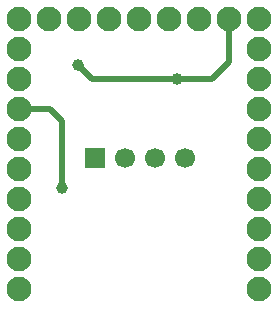
<source format=gbr>
G04 #@! TF.FileFunction,Copper,L2,Bot,Signal*
%FSLAX46Y46*%
G04 Gerber Fmt 4.6, Leading zero omitted, Abs format (unit mm)*
G04 Created by KiCad (PCBNEW 4.0.6) date 04/10/19 18:14:00*
%MOMM*%
%LPD*%
G01*
G04 APERTURE LIST*
%ADD10C,0.100000*%
%ADD11C,2.100000*%
%ADD12R,1.700000X1.700000*%
%ADD13C,1.700000*%
%ADD14C,1.000000*%
%ADD15C,0.500000*%
G04 APERTURE END LIST*
D10*
D11*
X161658000Y-67860000D03*
X161658000Y-70400000D03*
X161658000Y-72940000D03*
X161658000Y-75480000D03*
X161658000Y-78020000D03*
X161658000Y-80560000D03*
X161658000Y-83100000D03*
X161658000Y-85640000D03*
X161658000Y-88180000D03*
X161658000Y-65320000D03*
X159118000Y-65320000D03*
X156578000Y-65320000D03*
X154038000Y-65320000D03*
X151498000Y-65320000D03*
X148958000Y-65320000D03*
X146418000Y-65320000D03*
X143878000Y-65320000D03*
X141338000Y-65320000D03*
X141338000Y-67860000D03*
X141338000Y-70400000D03*
X141338000Y-72940000D03*
X141338000Y-75480000D03*
X141338000Y-78020000D03*
X141338000Y-80560000D03*
X141338000Y-83100000D03*
X141338000Y-85640000D03*
X141338000Y-88180000D03*
D12*
X147811000Y-77075000D03*
D13*
X150351000Y-77075000D03*
X152891000Y-77075000D03*
X155431000Y-77075000D03*
D14*
X145011000Y-79575000D03*
X146361000Y-69225000D03*
X154711000Y-70375000D03*
D15*
X143976000Y-72940000D02*
X141338000Y-72940000D01*
X145011000Y-73975000D02*
X143976000Y-72940000D01*
X145011000Y-79575000D02*
X145011000Y-73975000D01*
X154711000Y-70375000D02*
X147511000Y-70375000D01*
X147511000Y-70375000D02*
X146361000Y-69225000D01*
X159118000Y-65320000D02*
X159118000Y-68968000D01*
X157711000Y-70375000D02*
X154711000Y-70375000D01*
X159118000Y-68968000D02*
X157711000Y-70375000D01*
M02*

</source>
